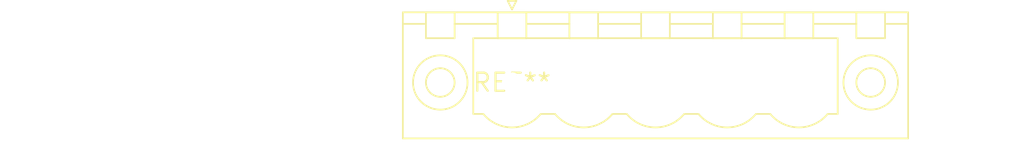
<source format=kicad_pcb>
(kicad_pcb (version 20240108) (generator pcbnew)
  (layers (0 "F.Cu" signal) (31 "B.Cu" signal) (34 "B.Paste" user) (35 "F.Paste" user) (36 "B.SilkS" user "B.Silkscreen") (37 "F.SilkS" user "F.Silkscreen") (38 "B.Mask" user) (39 "F.Mask" user) (44 "Edge.Cuts" user))
  (net 0 "")
  (footprint "PhoenixContact_MSTBV_2,5_5-GF_1x05_P5.00mm_Vertical_ThreadedFlange" (layer "F.Cu") (at 0 0)
    (property "Reference" "REF**")
    (property "Value" "PhoenixContact_MSTBV_2,5_5-GF_1x05_P5.00mm_Vertical_ThreadedFlange")
    (fp_line (start -7.61 -4.91) (end -7.61 3.91) (layer "F.SilkS") (stroke (width 0.12)))
    (fp_line (start -7.61 -4.1) (end -6.11 -4.1) (layer "F.SilkS") (stroke (width 0.12)))
    (fp_line (start -7.61 3.91) (end 27.61 3.91) (layer "F.SilkS") (stroke (width 0.12)))
    (fp_line (start -6 -4.91) (end -4 -4.91) (layer "F.SilkS") (stroke (width 0.12)))
    (fp_line (start -6 -3.1) (end -6 -4.91) (layer "F.SilkS") (stroke (width 0.12)))
    (fp_line (start -4 -4.91) (end -4 -3.1) (layer "F.SilkS") (stroke (width 0.12)))
    (fp_line (start -4 -4.1) (end -1 -4.1) (layer "F.SilkS") (stroke (width 0.12)))
    (fp_line (start -4 -3.1) (end -6 -3.1) (layer "F.SilkS") (stroke (width 0.12)))
    (fp_line (start -2.7 -3.1) (end 22.7 -3.1) (layer "F.SilkS") (stroke (width 0.12)))
    (fp_line (start -2.7 2.2) (end -2.7 -3.1) (layer "F.SilkS") (stroke (width 0.12)))
    (fp_line (start -2 2.2) (end -2.7 2.2) (layer "F.SilkS") (stroke (width 0.12)))
    (fp_line (start -1 -4.91) (end 1 -4.91) (layer "F.SilkS") (stroke (width 0.12)))
    (fp_line (start -1 -3.1) (end -1 -4.91) (layer "F.SilkS") (stroke (width 0.12)))
    (fp_line (start -0.3 -5.71) (end 0.3 -5.71) (layer "F.SilkS") (stroke (width 0.12)))
    (fp_line (start 0 -5.11) (end -0.3 -5.71) (layer "F.SilkS") (stroke (width 0.12)))
    (fp_line (start 0.3 -5.71) (end 0 -5.11) (layer "F.SilkS") (stroke (width 0.12)))
    (fp_line (start 1 -4.91) (end 1 -3.1) (layer "F.SilkS") (stroke (width 0.12)))
    (fp_line (start 1 -4.1) (end 4 -4.1) (layer "F.SilkS") (stroke (width 0.12)))
    (fp_line (start 1 -3.1) (end -1 -3.1) (layer "F.SilkS") (stroke (width 0.12)))
    (fp_line (start 2 2.2) (end 3 2.2) (layer "F.SilkS") (stroke (width 0.12)))
    (fp_line (start 4 -4.91) (end 6 -4.91) (layer "F.SilkS") (stroke (width 0.12)))
    (fp_line (start 4 -3.1) (end 4 -4.91) (layer "F.SilkS") (stroke (width 0.12)))
    (fp_line (start 6 -4.91) (end 6 -3.1) (layer "F.SilkS") (stroke (width 0.12)))
    (fp_line (start 6 -4.1) (end 9 -4.1) (layer "F.SilkS") (stroke (width 0.12)))
    (fp_line (start 6 -3.1) (end 4 -3.1) (layer "F.SilkS") (stroke (width 0.12)))
    (fp_line (start 7 2.2) (end 8 2.2) (layer "F.SilkS") (stroke (width 0.12)))
    (fp_line (start 9 -4.91) (end 11 -4.91) (layer "F.SilkS") (stroke (width 0.12)))
    (fp_line (start 9 -3.1) (end 9 -4.91) (layer "F.SilkS") (stroke (width 0.12)))
    (fp_line (start 11 -4.91) (end 11 -3.1) (layer "F.SilkS") (stroke (width 0.12)))
    (fp_line (start 11 -4.1) (end 14 -4.1) (layer "F.SilkS") (stroke (width 0.12)))
    (fp_line (start 11 -3.1) (end 9 -3.1) (layer "F.SilkS") (stroke (width 0.12)))
    (fp_line (start 12 2.2) (end 13 2.2) (layer "F.SilkS") (stroke (width 0.12)))
    (fp_line (start 14 -4.91) (end 16 -4.91) (layer "F.SilkS") (stroke (width 0.12)))
    (fp_line (start 14 -3.1) (end 14 -4.91) (layer "F.SilkS") (stroke (width 0.12)))
    (fp_line (start 16 -4.91) (end 16 -3.1) (layer "F.SilkS") (stroke (width 0.12)))
    (fp_line (start 16 -4.1) (end 19 -4.1) (layer "F.SilkS") (stroke (width 0.12)))
    (fp_line (start 16 -3.1) (end 14 -3.1) (layer "F.SilkS") (stroke (width 0.12)))
    (fp_line (start 17 2.2) (end 18 2.2) (layer "F.SilkS") (stroke (width 0.12)))
    (fp_line (start 19 -4.91) (end 21 -4.91) (layer "F.SilkS") (stroke (width 0.12)))
    (fp_line (start 19 -3.1) (end 19 -4.91) (layer "F.SilkS") (stroke (width 0.12)))
    (fp_line (start 21 -4.91) (end 21 -3.1) (layer "F.SilkS") (stroke (width 0.12)))
    (fp_line (start 21 -4.1) (end 24 -4.1) (layer "F.SilkS") (stroke (width 0.12)))
    (fp_line (start 21 -3.1) (end 19 -3.1) (layer "F.SilkS") (stroke (width 0.12)))
    (fp_line (start 22.7 -3.1) (end 22.7 2.2) (layer "F.SilkS") (stroke (width 0.12)))
    (fp_line (start 22.7 2.2) (end 22 2.2) (layer "F.SilkS") (stroke (width 0.12)))
    (fp_line (start 24 -4.91) (end 26 -4.91) (layer "F.SilkS") (stroke (width 0.12)))
    (fp_line (start 24 -3.1) (end 24 -4.91) (layer "F.SilkS") (stroke (width 0.12)))
    (fp_line (start 26 -4.91) (end 26 -3.1) (layer "F.SilkS") (stroke (width 0.12)))
    (fp_line (start 26 -3.1) (end 24 -3.1) (layer "F.SilkS") (stroke (width 0.12)))
    (fp_line (start 27.61 -4.91) (end -7.61 -4.91) (layer "F.SilkS") (stroke (width 0.12)))
    (fp_line (start 27.61 -4.1) (end 26.11 -4.1) (layer "F.SilkS") (stroke (width 0.12)))
    (fp_line (start 27.61 3.91) (end 27.61 -4.91) (layer "F.SilkS") (stroke (width 0.12)))
    (fp_arc (start 1.986842 2.215821) (mid -0.010289 3.142758) (end -2 2.2) (layer "F.SilkS") (stroke (width 0.12)))
    (fp_arc (start 6.986842 2.215821) (mid 4.989711 3.142758) (end 3 2.2) (layer "F.SilkS") (stroke (width 0.12)))
    (fp_arc (start 11.986842 2.215821) (mid 9.989711 3.142758) (end 8 2.2) (layer "F.SilkS") (stroke (width 0.12)))
    (fp_arc (start 16.986842 2.215821) (mid 14.989711 3.142758) (end 13 2.2) (layer "F.SilkS") (stroke (width 0.12)))
    (fp_arc (start 21.986842 2.215821) (mid 19.989711 3.142758) (end 18 2.2) (layer "F.SilkS") (stroke (width 0.12)))
    (fp_circle (center -5 0) (end -4 0) (layer "F.SilkS") (stroke (width 0.12)) (fill none))
    (fp_circle (center -5 0) (end -3.1 0) (layer "F.SilkS") (stroke (width 0.12)) (fill none))
    (fp_circle (center 25 0) (end 26 0) (layer "F.SilkS") (stroke (width 0.12)) (fill none))
    (fp_circle (center 25 0) (end 26.9 0) (layer "F.SilkS") (stroke (width 0.12)) (fill none))
    (pad "1" thru_hole roundrect (at 0 0) (size 2 3.6) (drill 1.4) (layers *.Cu *.Mask) (remove_unused_layers) (roundrect_rratio 0.125))
    (pad "2" thru_hole oval (at 5 0) (size 2 3.6) (drill 1.4) (layers *.Cu *.Mask) (remove_unused_layers))
    (pad "3" thru_hole oval (at 10 0) (size 2 3.6) (drill 1.4) (layers *.Cu *.Mask) (remove_unused_layers))
    (pad "4" thru_hole oval (at 15 0) (size 2 3.6) (drill 1.4) (layers *.Cu *.Mask) (remove_unused_layers))
    (pad "5" thru_hole oval (at 20 0) (size 2 3.6) (drill 1.4) (layers *.Cu *.Mask) (remove_unused_layers))
  )
)
</source>
